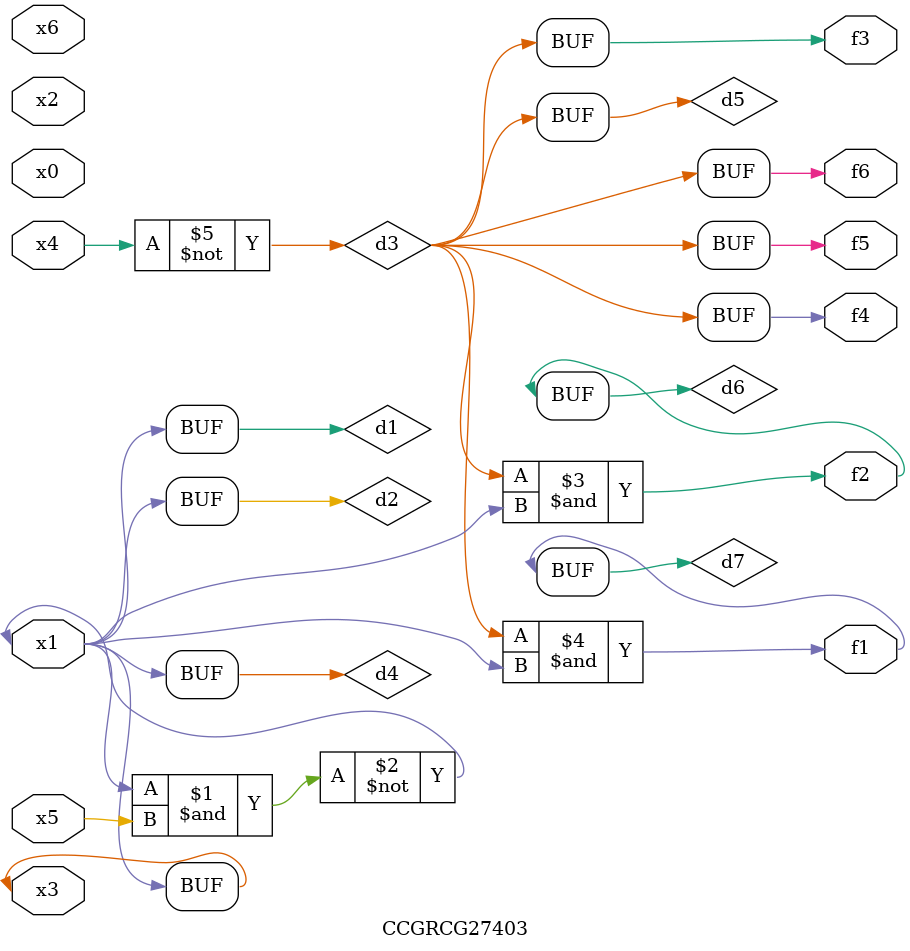
<source format=v>
module CCGRCG27403(
	input x0, x1, x2, x3, x4, x5, x6,
	output f1, f2, f3, f4, f5, f6
);

	wire d1, d2, d3, d4, d5, d6, d7;

	buf (d1, x1, x3);
	nand (d2, x1, x5);
	not (d3, x4);
	buf (d4, d1, d2);
	buf (d5, d3);
	and (d6, d3, d4);
	and (d7, d3, d4);
	assign f1 = d7;
	assign f2 = d6;
	assign f3 = d5;
	assign f4 = d5;
	assign f5 = d5;
	assign f6 = d5;
endmodule

</source>
